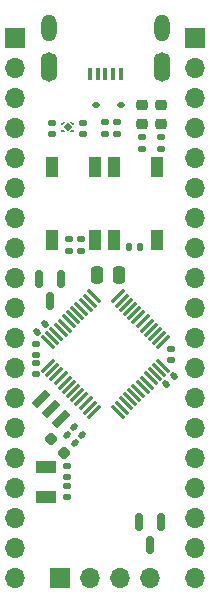
<source format=gts>
G04 #@! TF.GenerationSoftware,KiCad,Pcbnew,7.0.10*
G04 #@! TF.CreationDate,2024-01-27T03:33:41-06:00*
G04 #@! TF.ProjectId,STM32H503CBT6,53544d33-3248-4353-9033-434254362e6b,rev?*
G04 #@! TF.SameCoordinates,Original*
G04 #@! TF.FileFunction,Soldermask,Top*
G04 #@! TF.FilePolarity,Negative*
%FSLAX46Y46*%
G04 Gerber Fmt 4.6, Leading zero omitted, Abs format (unit mm)*
G04 Created by KiCad (PCBNEW 7.0.10) date 2024-01-27 03:33:41*
%MOMM*%
%LPD*%
G01*
G04 APERTURE LIST*
G04 Aperture macros list*
%AMRoundRect*
0 Rectangle with rounded corners*
0 $1 Rounding radius*
0 $2 $3 $4 $5 $6 $7 $8 $9 X,Y pos of 4 corners*
0 Add a 4 corners polygon primitive as box body*
4,1,4,$2,$3,$4,$5,$6,$7,$8,$9,$2,$3,0*
0 Add four circle primitives for the rounded corners*
1,1,$1+$1,$2,$3*
1,1,$1+$1,$4,$5*
1,1,$1+$1,$6,$7*
1,1,$1+$1,$8,$9*
0 Add four rect primitives between the rounded corners*
20,1,$1+$1,$2,$3,$4,$5,0*
20,1,$1+$1,$4,$5,$6,$7,0*
20,1,$1+$1,$6,$7,$8,$9,0*
20,1,$1+$1,$8,$9,$2,$3,0*%
%AMRotRect*
0 Rectangle, with rotation*
0 The origin of the aperture is its center*
0 $1 length*
0 $2 width*
0 $3 Rotation angle, in degrees counterclockwise*
0 Add horizontal line*
21,1,$1,$2,0,0,$3*%
%AMFreePoly0*
4,1,5,0.225000,-0.095000,-0.035000,-0.095000,-0.035000,0.095000,0.035000,0.095000,0.225000,-0.095000,0.225000,-0.095000,$1*%
%AMFreePoly1*
4,1,6,0.035000,-0.095000,-0.035000,-0.095000,-0.225000,-0.095000,-0.035000,0.095000,0.035000,0.095000,0.035000,-0.095000,0.035000,-0.095000,$1*%
G04 Aperture macros list end*
%ADD10RotRect,0.600000X1.600000X315.000000*%
%ADD11RoundRect,0.135000X-0.185000X0.135000X-0.185000X-0.135000X0.185000X-0.135000X0.185000X0.135000X0*%
%ADD12RoundRect,0.140000X0.170000X-0.140000X0.170000X0.140000X-0.170000X0.140000X-0.170000X-0.140000X0*%
%ADD13RoundRect,0.075000X-0.415425X-0.521491X0.521491X0.415425X0.415425X0.521491X-0.521491X-0.415425X0*%
%ADD14RoundRect,0.075000X0.415425X-0.521491X0.521491X-0.415425X-0.415425X0.521491X-0.521491X0.415425X0*%
%ADD15RoundRect,0.218750X-0.256250X0.218750X-0.256250X-0.218750X0.256250X-0.218750X0.256250X0.218750X0*%
%ADD16FreePoly0,270.000000*%
%ADD17R,0.200000X0.260000*%
%ADD18RotRect,0.520000X0.520000X315.000000*%
%ADD19FreePoly1,270.000000*%
%ADD20FreePoly0,90.000000*%
%ADD21FreePoly1,90.000000*%
%ADD22RoundRect,0.140000X-0.170000X0.140000X-0.170000X-0.140000X0.170000X-0.140000X0.170000X0.140000X0*%
%ADD23RoundRect,0.150000X-0.150000X0.587500X-0.150000X-0.587500X0.150000X-0.587500X0.150000X0.587500X0*%
%ADD24RoundRect,0.112500X-0.187500X-0.112500X0.187500X-0.112500X0.187500X0.112500X-0.187500X0.112500X0*%
%ADD25RoundRect,0.135000X0.185000X-0.135000X0.185000X0.135000X-0.185000X0.135000X-0.185000X-0.135000X0*%
%ADD26RoundRect,0.140000X-0.219203X-0.021213X-0.021213X-0.219203X0.219203X0.021213X0.021213X0.219203X0*%
%ADD27RoundRect,0.140000X-0.140000X-0.170000X0.140000X-0.170000X0.140000X0.170000X-0.140000X0.170000X0*%
%ADD28R,1.100000X1.800000*%
%ADD29R,1.800000X1.000000*%
%ADD30RoundRect,0.140000X-0.021213X0.219203X-0.219203X0.021213X0.021213X-0.219203X0.219203X-0.021213X0*%
%ADD31RoundRect,0.218750X0.335876X0.026517X0.026517X0.335876X-0.335876X-0.026517X-0.026517X-0.335876X0*%
%ADD32RoundRect,0.140000X0.021213X-0.219203X0.219203X-0.021213X-0.021213X0.219203X-0.219203X0.021213X0*%
%ADD33RoundRect,0.250000X0.250000X0.475000X-0.250000X0.475000X-0.250000X-0.475000X0.250000X-0.475000X0*%
%ADD34R,0.400000X1.050000*%
%ADD35O,1.400000X2.500000*%
%ADD36O,1.300000X2.300000*%
%ADD37R,1.700000X1.700000*%
%ADD38O,1.700000X1.700000*%
G04 APERTURE END LIST*
D10*
X88451472Y-88002944D03*
X89300000Y-88851472D03*
X90148528Y-89700000D03*
D11*
X93900000Y-64490000D03*
X93900000Y-65510000D03*
D12*
X99500000Y-84680000D03*
X99500000Y-83720000D03*
D13*
X89052675Y-85171573D03*
X89406229Y-85525127D03*
X89759782Y-85878680D03*
X90113336Y-86232234D03*
X90466889Y-86585787D03*
X90820442Y-86939340D03*
X91173996Y-87292894D03*
X91527549Y-87646447D03*
X91881102Y-88000000D03*
X92234656Y-88353554D03*
X92588209Y-88707107D03*
X92941763Y-89060661D03*
D14*
X94939339Y-89060661D03*
X95292893Y-88707107D03*
X95646446Y-88353554D03*
X96000000Y-88000000D03*
X96353553Y-87646447D03*
X96707106Y-87292894D03*
X97060660Y-86939340D03*
X97414213Y-86585787D03*
X97767766Y-86232234D03*
X98121320Y-85878680D03*
X98474873Y-85525127D03*
X98828427Y-85171573D03*
D13*
X98828427Y-83173997D03*
X98474873Y-82820443D03*
X98121320Y-82466890D03*
X97767766Y-82113336D03*
X97414213Y-81759783D03*
X97060660Y-81406230D03*
X96707106Y-81052676D03*
X96353553Y-80699123D03*
X96000000Y-80345570D03*
X95646446Y-79992016D03*
X95292893Y-79638463D03*
X94939339Y-79284909D03*
D14*
X92941763Y-79284909D03*
X92588209Y-79638463D03*
X92234656Y-79992016D03*
X91881102Y-80345570D03*
X91527549Y-80699123D03*
X91173996Y-81052676D03*
X90820442Y-81406230D03*
X90466889Y-81759783D03*
X90113336Y-82113336D03*
X89759782Y-82466890D03*
X89406229Y-82820443D03*
X89052675Y-83173997D03*
D15*
X98600000Y-63112500D03*
X98600000Y-64687500D03*
X97000000Y-63112500D03*
X97000000Y-64687500D03*
D16*
X90400000Y-64560000D03*
D17*
X90205000Y-64655000D03*
D18*
X90705000Y-64980000D03*
D17*
X90205000Y-65305000D03*
D19*
X90400000Y-65400000D03*
D17*
X91205000Y-65305000D03*
D20*
X91010000Y-65400000D03*
D21*
X91010000Y-64560000D03*
D17*
X91205000Y-64655000D03*
D22*
X90700000Y-95340000D03*
X90700000Y-96300000D03*
D23*
X98650000Y-98425000D03*
X96750000Y-98425000D03*
X97700000Y-100300000D03*
D24*
X93100000Y-63100000D03*
X95200000Y-63100000D03*
D25*
X90850000Y-75420000D03*
X90850000Y-74400000D03*
D22*
X92005000Y-64600000D03*
X92005000Y-65560000D03*
D26*
X90621178Y-91021178D03*
X91300000Y-91700000D03*
D22*
X88000000Y-83320000D03*
X88000000Y-84280000D03*
D12*
X90700000Y-94600000D03*
X90700000Y-93640000D03*
D27*
X95920000Y-75100000D03*
X96880000Y-75100000D03*
D28*
X89350000Y-74500000D03*
X89350000Y-68300000D03*
X93050000Y-74500000D03*
X93050000Y-68300000D03*
D26*
X91260589Y-90360589D03*
X91939411Y-91039411D03*
D28*
X98300000Y-68300000D03*
X98300000Y-74500000D03*
X94600000Y-68300000D03*
X94600000Y-74500000D03*
D29*
X88900000Y-96250000D03*
X88900000Y-93750000D03*
D25*
X94900000Y-65510000D03*
X94900000Y-64490000D03*
D30*
X99739411Y-86060589D03*
X99060589Y-86739411D03*
D25*
X97000000Y-66800000D03*
X97000000Y-65780000D03*
X98600000Y-66800000D03*
X98600000Y-65780000D03*
D22*
X89405000Y-64600000D03*
X89405000Y-65560000D03*
D31*
X90413694Y-92513694D03*
X89300000Y-91400000D03*
D32*
X88121178Y-82278822D03*
X88800000Y-81600000D03*
D23*
X90150000Y-77825000D03*
X88250000Y-77825000D03*
X89200000Y-79700000D03*
D11*
X91850000Y-74390000D03*
X91850000Y-75410000D03*
D33*
X95100000Y-77500000D03*
X93200000Y-77500000D03*
D34*
X95200000Y-60500000D03*
X94550000Y-60500000D03*
X93900000Y-60500000D03*
X93250000Y-60500000D03*
X92600000Y-60500000D03*
D35*
X98700000Y-59875000D03*
D36*
X98700000Y-56525000D03*
D35*
X89100000Y-59875000D03*
D36*
X89100000Y-56525000D03*
D12*
X88000000Y-85880000D03*
X88000000Y-84920000D03*
D37*
X90080000Y-103100000D03*
D38*
X92620000Y-103100000D03*
X95160000Y-103100000D03*
X97700000Y-103100000D03*
D37*
X101500000Y-57380000D03*
D38*
X101500000Y-59920000D03*
X101500000Y-62460000D03*
X101500000Y-65000000D03*
X101500000Y-67540000D03*
X101500000Y-70080000D03*
X101500000Y-72620000D03*
X101500000Y-75160000D03*
X101500000Y-77700000D03*
X101500000Y-80240000D03*
X101500000Y-82780000D03*
X101500000Y-85320000D03*
X101500000Y-87860000D03*
X101500000Y-90400000D03*
X101500000Y-92940000D03*
X101500000Y-95480000D03*
X101500000Y-98020000D03*
X101500000Y-100560000D03*
X101500000Y-103100000D03*
D37*
X86260000Y-57380000D03*
D38*
X86260000Y-59920000D03*
X86260000Y-62460000D03*
X86260000Y-65000000D03*
X86260000Y-67540000D03*
X86260000Y-70080000D03*
X86260000Y-72620000D03*
X86260000Y-75160000D03*
X86260000Y-77700000D03*
X86260000Y-80240000D03*
X86260000Y-82780000D03*
X86260000Y-85320000D03*
X86260000Y-87860000D03*
X86260000Y-90400000D03*
X86260000Y-92940000D03*
X86260000Y-95480000D03*
X86260000Y-98020000D03*
X86260000Y-100560000D03*
X86260000Y-103100000D03*
M02*

</source>
